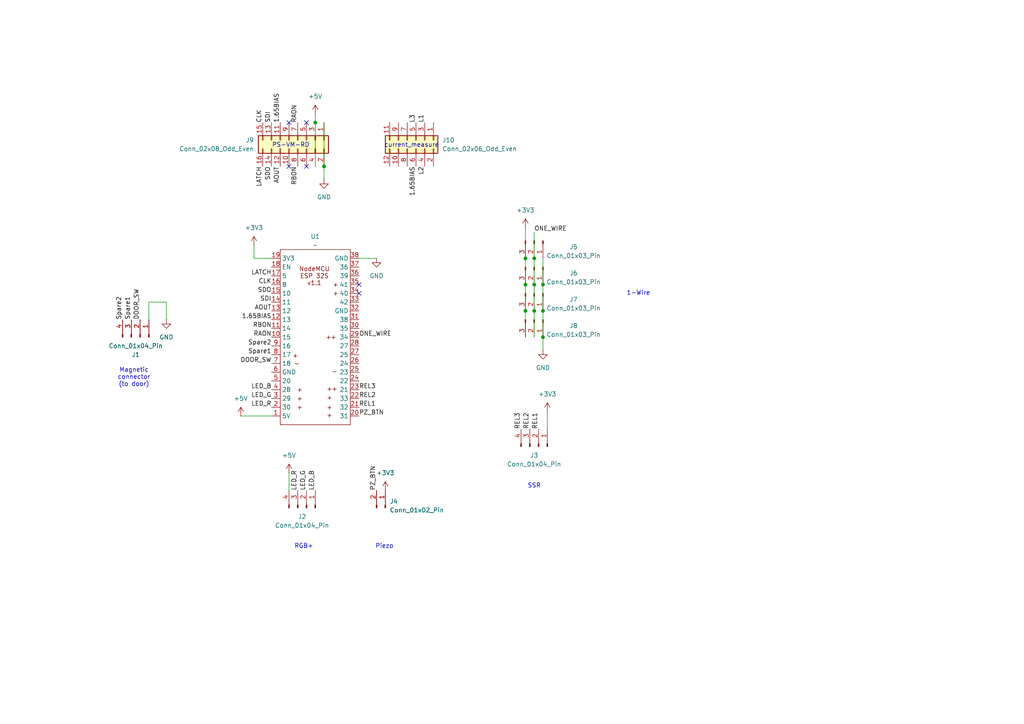
<source format=kicad_sch>
(kicad_sch (version 20250114) (generator "eeschema") (generator_version "9.0")
  (paper "A4")
  (title_block (title "Sauna Control MCU") (date "2025-10-27") (rev "1.0") (company "engrenage"))
  (lib_symbols
    (symbol "Connector:Conn_01x02_Pin" (pin_names (offset 1.016) (hide yes))
      (property "Reference" "J" (at 0 2.54 0))
      (property "Value" "Conn_01x02_Pin" (at 0 -5.08 0))
      (symbol "Conn_01x02_Pin_1_1"
        (rectangle (start 0.8636 0.127) (end 0 -0.127) (stroke (width 0.1524)) (fill (type outline)))
        (rectangle (start 0.8636 -2.413) (end 0 -2.667) (stroke (width 0.1524)) (fill (type outline)))
        (polyline (pts (xy 1.27 0) (xy 0.8636 0)) (stroke (width 0.1524)))
        (polyline (pts (xy 1.27 -2.54) (xy 0.8636 -2.54)) (stroke (width 0.1524)))
        (pin passive line (at 5.08 0 180) (length 3.81) (name "Pin_1") (number "1"))
        (pin passive line (at 5.08 -2.54 180) (length 3.81) (name "Pin_2") (number "2"))
      )
    )
    (symbol "Connector:Conn_01x03_Pin" (pin_names (offset 1.016) (hide yes))
      (property "Reference" "J" (at 0 5.08 0))
      (property "Value" "Conn_01x03_Pin" (at 0 -5.08 0))
      (symbol "Conn_01x03_Pin_1_1"
        (rectangle (start 0.8636 2.667) (end 0 2.413) (stroke (width 0.1524)) (fill (type outline)))
        (rectangle (start 0.8636 0.127) (end 0 -0.127) (stroke (width 0.1524)) (fill (type outline)))
        (rectangle (start 0.8636 -2.413) (end 0 -2.667) (stroke (width 0.1524)) (fill (type outline)))
        (polyline (pts (xy 1.27 2.54) (xy 0.8636 2.54)) (stroke (width 0.1524)))
        (polyline (pts (xy 1.27 0) (xy 0.8636 0)) (stroke (width 0.1524)))
        (polyline (pts (xy 1.27 -2.54) (xy 0.8636 -2.54)) (stroke (width 0.1524)))
        (pin passive line (at 5.08 2.54 180) (length 3.81) (name "Pin_1") (number "1"))
        (pin passive line (at 5.08 0 180) (length 3.81) (name "Pin_2") (number "2"))
        (pin passive line (at 5.08 -2.54 180) (length 3.81) (name "Pin_3") (number "3"))
      )
    )
    (symbol "Connector:Conn_01x04_Pin" (pin_names (offset 1.016) (hide yes))
      (property "Reference" "J" (at 0 5.08 0))
      (property "Value" "Conn_01x04_Pin" (at 0 -7.62 0))
      (symbol "Conn_01x04_Pin_1_1"
        (rectangle (start 0.8636 2.667) (end 0 2.413) (stroke (width 0.1524)) (fill (type outline)))
        (rectangle (start 0.8636 0.127) (end 0 -0.127) (stroke (width 0.1524)) (fill (type outline)))
        (rectangle (start 0.8636 -2.413) (end 0 -2.667) (stroke (width 0.1524)) (fill (type outline)))
        (rectangle (start 0.8636 -4.953) (end 0 -5.207) (stroke (width 0.1524)) (fill (type outline)))
        (polyline (pts (xy 1.27 2.54) (xy 0.8636 2.54)) (stroke (width 0.1524)))
        (polyline (pts (xy 1.27 0) (xy 0.8636 0)) (stroke (width 0.1524)))
        (polyline (pts (xy 1.27 -2.54) (xy 0.8636 -2.54)) (stroke (width 0.1524)))
        (polyline (pts (xy 1.27 -5.08) (xy 0.8636 -5.08)) (stroke (width 0.1524)))
        (pin passive line (at 5.08 2.54 180) (length 3.81) (name "Pin_1") (number "1"))
        (pin passive line (at 5.08 0 180) (length 3.81) (name "Pin_2") (number "2"))
        (pin passive line (at 5.08 -2.54 180) (length 3.81) (name "Pin_3") (number "3"))
        (pin passive line (at 5.08 -5.08 180) (length 3.81) (name "Pin_4") (number "4"))
      )
    )
    (symbol "Connector_Generic:Conn_02x06_Odd_Even" (pin_names (offset 1.016) (hide yes))
      (property "Reference" "J" (at 1.27 7.62 0))
      (property "Value" "Conn_02x06_Odd_Even" (at 1.27 -10.16 0))
      (symbol "Conn_02x06_Odd_Even_1_1"
        (rectangle (start -1.27 6.35) (end 3.81 -8.89) (stroke (width 0.254)) (fill (type background)))
        (rectangle (start -1.27 5.207) (end 0 4.953) (stroke (width 0.1524)))
        (rectangle (start -1.27 2.667) (end 0 2.413) (stroke (width 0.1524)))
        (rectangle (start -1.27 0.127) (end 0 -0.127) (stroke (width 0.1524)))
        (rectangle (start -1.27 -2.413) (end 0 -2.667) (stroke (width 0.1524)))
        (rectangle (start -1.27 -4.953) (end 0 -5.207) (stroke (width 0.1524)))
        (rectangle (start -1.27 -7.493) (end 0 -7.747) (stroke (width 0.1524)))
        (rectangle (start 3.81 5.207) (end 2.54 4.953) (stroke (width 0.1524)))
        (rectangle (start 3.81 2.667) (end 2.54 2.413) (stroke (width 0.1524)))
        (rectangle (start 3.81 0.127) (end 2.54 -0.127) (stroke (width 0.1524)))
        (rectangle (start 3.81 -2.413) (end 2.54 -2.667) (stroke (width 0.1524)))
        (rectangle (start 3.81 -4.953) (end 2.54 -5.207) (stroke (width 0.1524)))
        (rectangle (start 3.81 -7.493) (end 2.54 -7.747) (stroke (width 0.1524)))
        (pin passive line (at -5.08 5.08 0) (length 3.81) (name "Pin_1") (number "1"))
        (pin passive line (at -5.08 2.54 0) (length 3.81) (name "Pin_3") (number "3"))
        (pin passive line (at -5.08 0 0) (length 3.81) (name "Pin_5") (number "5"))
        (pin passive line (at -5.08 -2.54 0) (length 3.81) (name "Pin_7") (number "7"))
        (pin passive line (at -5.08 -5.08 0) (length 3.81) (name "Pin_9") (number "9"))
        (pin passive line (at -5.08 -7.62 0) (length 3.81) (name "Pin_11") (number "11"))
        (pin passive line (at 7.62 5.08 180) (length 3.81) (name "Pin_2") (number "2"))
        (pin passive line (at 7.62 2.54 180) (length 3.81) (name "Pin_4") (number "4"))
        (pin passive line (at 7.62 0 180) (length 3.81) (name "Pin_6") (number "6"))
        (pin passive line (at 7.62 -2.54 180) (length 3.81) (name "Pin_8") (number "8"))
        (pin passive line (at 7.62 -5.08 180) (length 3.81) (name "Pin_10") (number "10"))
        (pin passive line (at 7.62 -7.62 180) (length 3.81) (name "Pin_12") (number "12"))
      )
    )
    (symbol "Connector_Generic:Conn_02x08_Odd_Even" (pin_names (offset 1.016) (hide yes))
      (property "Reference" "J" (at 1.27 10.16 0))
      (property "Value" "Conn_02x08_Odd_Even" (at 1.27 -12.7 0))
      (symbol "Conn_02x08_Odd_Even_1_1"
        (rectangle (start -1.27 8.89) (end 3.81 -11.43) (stroke (width 0.254)) (fill (type background)))
        (rectangle (start -1.27 7.747) (end 0 7.493) (stroke (width 0.1524)))
        (rectangle (start -1.27 5.207) (end 0 4.953) (stroke (width 0.1524)))
        (rectangle (start -1.27 2.667) (end 0 2.413) (stroke (width 0.1524)))
        (rectangle (start -1.27 0.127) (end 0 -0.127) (stroke (width 0.1524)))
        (rectangle (start -1.27 -2.413) (end 0 -2.667) (stroke (width 0.1524)))
        (rectangle (start -1.27 -4.953) (end 0 -5.207) (stroke (width 0.1524)))
        (rectangle (start -1.27 -7.493) (end 0 -7.747) (stroke (width 0.1524)))
        (rectangle (start -1.27 -10.033) (end 0 -10.287) (stroke (width 0.1524)))
        (rectangle (start 3.81 7.747) (end 2.54 7.493) (stroke (width 0.1524)))
        (rectangle (start 3.81 5.207) (end 2.54 4.953) (stroke (width 0.1524)))
        (rectangle (start 3.81 2.667) (end 2.54 2.413) (stroke (width 0.1524)))
        (rectangle (start 3.81 0.127) (end 2.54 -0.127) (stroke (width 0.1524)))
        (rectangle (start 3.81 -2.413) (end 2.54 -2.667) (stroke (width 0.1524)))
        (rectangle (start 3.81 -4.953) (end 2.54 -5.207) (stroke (width 0.1524)))
        (rectangle (start 3.81 -7.493) (end 2.54 -7.747) (stroke (width 0.1524)))
        (rectangle (start 3.81 -10.033) (end 2.54 -10.287) (stroke (width 0.1524)))
        (pin passive line (at -5.08 7.62 0) (length 3.81) (name "Pin_1") (number "1"))
        (pin passive line (at -5.08 5.08 0) (length 3.81) (name "Pin_3") (number "3"))
        (pin passive line (at -5.08 2.54 0) (length 3.81) (name "Pin_5") (number "5"))
        (pin passive line (at -5.08 0 0) (length 3.81) (name "Pin_7") (number "7"))
        (pin passive line (at -5.08 -2.54 0) (length 3.81) (name "Pin_9") (number "9"))
        (pin passive line (at -5.08 -5.08 0) (length 3.81) (name "Pin_11") (number "11"))
        (pin passive line (at -5.08 -7.62 0) (length 3.81) (name "Pin_13") (number "13"))
        (pin passive line (at -5.08 -10.16 0) (length 3.81) (name "Pin_15") (number "15"))
        (pin passive line (at 7.62 7.62 180) (length 3.81) (name "Pin_2") (number "2"))
        (pin passive line (at 7.62 5.08 180) (length 3.81) (name "Pin_4") (number "4"))
        (pin passive line (at 7.62 2.54 180) (length 3.81) (name "Pin_6") (number "6"))
        (pin passive line (at 7.62 0 180) (length 3.81) (name "Pin_8") (number "8"))
        (pin passive line (at 7.62 -2.54 180) (length 3.81) (name "Pin_10") (number "10"))
        (pin passive line (at 7.62 -5.08 180) (length 3.81) (name "Pin_12") (number "12"))
        (pin passive line (at 7.62 -7.62 180) (length 3.81) (name "Pin_14") (number "14"))
        (pin passive line (at 7.62 -10.16 180) (length 3.81) (name "Pin_16") (number "16"))
      )
    )
    (symbol "petaflot:ESP-32S_NodeMCU_Devkit"
      (property "Reference" "U" (at 0 0 0))
      (symbol "ESP-32S_NodeMCU_Devkit_0_1"
        (rectangle (start -10.16 25.4) (end 10.16 -25.4))
      )
      (symbol "ESP-32S_NodeMCU_Devkit_1_1"
        (text "+" (at -5.842 -5.334 0) (effects (font (size 1.27 1.27) (italic yes))))
        (text "-" (at -5.334 -7.62 0) (effects (font (size 1.27 1.27))))
        (text "+" (at -4.572 -15.24 0) (effects (font (size 1.27 1.27) (italic yes))))
        (text "+" (at -4.572 -17.78 0) (effects (font (size 1.27 1.27) (italic yes))))
        (text "+" (at -4.572 -20.32 0) (effects (font (size 1.27 1.27) (italic yes))))
        (text "NodeMCU\nESP 32S\nv1.1" (at -0.254 17.78 0) (effects (font (size 1.27 1.27))))
        (text "+" (at 3.81 0 0) (effects (font (size 1.27 1.27) (italic yes))))
        (text "+" (at 4.064 -14.986 0) (effects (font (size 1.27 1.27) (italic yes))))
        (text "+" (at 4.064 -17.526 0) (effects (font (size 1.27 1.27) (italic yes))))
        (text "+" (at 4.064 -20.32 0) (effects (font (size 1.27 1.27) (italic yes))))
        (text "+" (at 4.064 -22.606 0) (effects (font (size 1.27 1.27) (italic yes))))
        (text "+" (at 5.334 0 0) (effects (font (size 1.27 1.27))))
        (text "-" (at 5.588 -9.906 0) (effects (font (size 1.27 1.27))))
        (text "~" (at 5.588 -12.7 0) (effects (font (size 1.27 1.27))))
        (text "+" (at 5.588 -14.986 0) (effects (font (size 1.27 1.27))))
        (text "+" (at 5.842 15.24 0) (effects (font (size 1.27 1.27) (italic yes))))
        (text "+" (at 5.842 12.7 0) (effects (font (size 1.27 1.27) (italic yes))))
        (pin power_in line (at -12.7 22.86 0) (length 2.54) (name "3V3") (number "19"))
        (pin input line (at -12.7 20.32 0) (length 2.54) (name "EN") (number "18"))
        (pin tri_state line (at -12.7 17.78 0) (length 2.54) (name "5") (number "17"))
        (pin tri_state line (at -12.7 15.24 0) (length 2.54) (name "8") (number "16"))
        (pin tri_state line (at -12.7 12.7 0) (length 2.54) (name "10") (number "15"))
        (pin tri_state line (at -12.7 10.16 0) (length 2.54) (name "11") (number "14"))
        (pin tri_state line (at -12.7 7.62 0) (length 2.54) (name "12") (number "13"))
        (pin tri_state line (at -12.7 5.08 0) (length 2.54) (name "13") (number "12"))
        (pin tri_state line (at -12.7 2.54 0) (length 2.54) (name "14") (number "11"))
        (pin tri_state line (at -12.7 0 0) (length 2.54) (name "15") (number "10"))
        (pin tri_state line (at -12.7 -2.54 0) (length 2.54) (name "16") (number "9"))
        (pin tri_state line (at -12.7 -5.08 0) (length 2.54) (name "17") (number "8"))
        (pin tri_state line (at -12.7 -7.62 0) (length 2.54) (name "18") (number "7"))
        (pin power_in line (at -12.7 -10.16 0) (length 2.54) (name "GND") (number "6"))
        (pin tri_state line (at -12.7 -12.7 0) (length 2.54) (name "20") (number "5"))
        (pin tri_state line (at -12.7 -15.24 0) (length 2.54) (name "28") (number "4"))
        (pin tri_state line (at -12.7 -17.78 0) (length 2.54) (name "29") (number "3"))
        (pin tri_state line (at -12.7 -20.32 0) (length 2.54) (name "30") (number "2"))
        (pin power_in line (at -12.7 -22.86 0) (length 2.54) (name "5V") (number "1"))
        (pin power_in line (at 12.7 22.86 180) (length 2.54) (name "GND") (number "38"))
        (pin tri_state line (at 12.7 20.32 180) (length 2.54) (name "36") (number "37"))
        (pin tri_state line (at 12.7 17.78 180) (length 2.54) (name "39") (number "36"))
        (pin tri_state line (at 12.7 15.24 180) (length 2.54) (name "41") (number "35"))
        (pin tri_state line (at 12.7 12.7 180) (length 2.54) (name "40") (number "34"))
        (pin tri_state line (at 12.7 10.16 180) (length 2.54) (name "42") (number "33"))
        (pin power_in line (at 12.7 7.62 180) (length 2.54) (name "GND") (number "32"))
        (pin tri_state line (at 12.7 5.08 180) (length 2.54) (name "38") (number "31"))
        (pin tri_state line (at 12.7 2.54 180) (length 2.54) (name "35") (number "30"))
        (pin tri_state line (at 12.7 0 180) (length 2.54) (name "34") (number "29"))
        (pin tri_state line (at 12.7 -2.54 180) (length 2.54) (name "27") (number "28"))
        (pin tri_state line (at 12.7 -5.08 180) (length 2.54) (name "25") (number "27"))
        (pin tri_state line (at 12.7 -7.62 180) (length 2.54) (name "24") (number "26"))
        (pin tri_state line (at 12.7 -10.16 180) (length 2.54) (name "23") (number "25"))
        (pin tri_state line (at 12.7 -12.7 180) (length 2.54) (name "22") (number "24"))
        (pin tri_state line (at 12.7 -15.24 180) (length 2.54) (name "21") (number "23"))
        (pin tri_state line (at 12.7 -17.78 180) (length 2.54) (name "33") (number "22"))
        (pin tri_state line (at 12.7 -20.32 180) (length 2.54) (name "32") (number "21"))
        (pin tri_state line (at 12.7 -22.86 180) (length 2.54) (name "31") (number "20"))
      )
    )
    (symbol "power:+3V3" (power) (pin_numbers (hide yes)) (pin_names (offset 0) (hide yes))
      (property "Value" "+3V3" (at 0 3.556 0))
      (symbol "+3V3_0_1"
        (polyline (pts (xy -0.762 1.27) (xy 0 2.54)))
        (polyline (pts (xy 0 2.54) (xy 0.762 1.27)))
        (polyline (pts (xy 0 0) (xy 0 2.54)))
      )
      (symbol "+3V3_1_1"
        (pin power_in line (at 0 0 90) (length 0) (name "~") (number "1"))
      )
    )
    (symbol "power:+5V" (power) (pin_numbers (hide yes)) (pin_names (offset 0) (hide yes))
      (property "Value" "+5V" (at 0 3.556 0))
      (symbol "+5V_0_1"
        (polyline (pts (xy -0.762 1.27) (xy 0 2.54)))
        (polyline (pts (xy 0 2.54) (xy 0.762 1.27)))
        (polyline (pts (xy 0 0) (xy 0 2.54)))
      )
      (symbol "+5V_1_1"
        (pin power_in line (at 0 0 90) (length 0) (name "~") (number "1"))
      )
    )
    (symbol "power:GND" (power) (pin_numbers (hide yes)) (pin_names (offset 0) (hide yes))
      (property "Value" "GND" (at 0 -3.81 0))
      (symbol "GND_0_1"
        (polyline (pts (xy 0 0) (xy 0 -1.27) (xy 1.27 -1.27) (xy 0 -2.54) (xy -1.27 -1.27) (xy 0 -1.27)))
      )
      (symbol "GND_1_1"
        (pin power_in line (at 0 0 270) (length 0) (name "~") (number "1"))
      )
    )
  )
  (text "1-Wire" (at 185.166 85.09 0) (effects (font (size 1.27 1.27))))
  (text "current_measure" (at 119.38 42.164 0) (effects (font (size 1.27 1.27))))
  (text "PS-VM-RD" (at 84.328 42.164 0) (effects (font (size 1.27 1.27))))
  (text "SSR" (at 154.94 140.97 0) (effects (font (size 1.27 1.27))))
  (text "Magnetic\nconnector\n(to door)" (at 38.862 109.474 0) (effects (font (size 1.27 1.27))))
  (text "RGB+" (at 88.138 158.496 0) (effects (font (size 1.27 1.27))))
  (text "Piezo" (at 111.506 158.496 0) (effects (font (size 1.27 1.27))))
  (junction (at 154.94 74.93))
  (junction (at 154.94 90.17))
  (junction (at 154.94 82.55))
  (junction (at 152.4 90.17))
  (junction (at 152.4 82.55))
  (junction (at 91.44 35.56))
  (junction (at 152.4 74.93))
  (junction (at 157.48 90.17))
  (junction (at 157.48 82.55))
  (junction (at 157.48 97.79))
  (junction (at 93.98 48.26))
  (no_connect (at 88.9 35.56))
  (no_connect (at 83.82 48.26))
  (no_connect (at 83.82 35.56))
  (no_connect (at 88.9 48.26))
  (no_connect (at 104.14 82.55))
  (no_connect (at 104.14 85.09))
  (wire (pts (xy 157.48 74.93) (xy 157.48 82.55)))
  (wire (pts (xy 158.75 119.38) (xy 158.75 124.46)))
  (wire (pts (xy 78.74 74.93) (xy 73.66 74.93)))
  (wire (pts (xy 43.18 87.63) (xy 48.26 87.63)))
  (wire (pts (xy 152.4 82.55) (xy 152.4 90.17)))
  (wire (pts (xy 93.98 35.56) (xy 93.98 48.26)))
  (wire (pts (xy 154.94 67.31) (xy 154.94 74.93)))
  (wire (pts (xy 104.14 74.93) (xy 109.22 74.93)))
  (wire (pts (xy 154.94 90.17) (xy 154.94 97.79)))
  (wire (pts (xy 154.94 82.55) (xy 154.94 90.17)))
  (wire (pts (xy 152.4 66.04) (xy 152.4 74.93)))
  (wire (pts (xy 83.82 137.16) (xy 83.82 142.24)))
  (wire (pts (xy 91.44 35.56) (xy 91.44 48.26)))
  (wire (pts (xy 69.85 120.65) (xy 78.74 120.65)))
  (wire (pts (xy 152.4 90.17) (xy 152.4 97.79)))
  (wire (pts (xy 157.48 90.17) (xy 157.48 97.79)))
  (wire (pts (xy 48.26 87.63) (xy 48.26 92.71)))
  (wire (pts (xy 43.18 92.71) (xy 43.18 87.63)))
  (wire (pts (xy 73.66 74.93) (xy 73.66 71.12)))
  (wire (pts (xy 152.4 74.93) (xy 152.4 82.55)))
  (wire (pts (xy 157.48 97.79) (xy 157.48 101.6)))
  (wire (pts (xy 157.48 82.55) (xy 157.48 90.17)))
  (wire (pts (xy 154.94 74.93) (xy 154.94 82.55)))
  (wire (pts (xy 93.98 48.26) (xy 93.98 52.07)))
  (wire (pts (xy 91.44 33.02) (xy 91.44 35.56)))
  (label "Spare2" (at 78.74 100.33 180))
  (label "AOUT" (at 78.74 90.17 180))
  (label "Spare1" (at 78.74 102.87 180))
  (label "REL1" (at 156.21 124.46 90))
  (label "PZ_BTN" (at 109.22 142.24 90))
  (label "DOOR_SW" (at 40.64 92.71 90))
  (label "L1" (at 123.19 35.56 90))
  (label "SDO" (at 78.74 48.26 270))
  (label "LED_G" (at 88.9 142.24 90))
  (label "LED_B" (at 91.44 142.24 90))
  (label "LATCH" (at 78.74 80.01 180))
  (label "Spare1" (at 38.1 92.71 90))
  (label "SDI" (at 78.74 35.56 90))
  (label "PZ_BTN" (at 104.14 120.65 0))
  (label "L2" (at 123.19 48.26 270))
  (label "RBON" (at 78.74 95.25 180))
  (label "1.65BIAS" (at 81.28 35.56 90))
  (label "CLK" (at 78.74 82.55 180))
  (label "REL1" (at 104.14 118.11 0))
  (label "REL3" (at 151.13 124.46 90))
  (label "LED_R" (at 78.74 118.11 180))
  (label "REL2" (at 104.14 115.57 0))
  (label "LED_G" (at 78.74 115.57 180))
  (label "AOUT" (at 81.28 48.26 270))
  (label "LED_R" (at 86.36 142.24 90))
  (label "RAON" (at 86.36 35.56 90))
  (label "LATCH" (at 76.2 48.26 270))
  (label "RBON" (at 86.36 48.26 270))
  (label "REL3" (at 104.14 113.03 0))
  (label "Spare2" (at 35.56 92.71 90))
  (label "ONE_WIRE" (at 154.94 67.31 0))
  (label "LED_B" (at 78.74 113.03 180))
  (label "L3" (at 120.65 35.56 90))
  (label "1.65BIAS" (at 120.65 48.26 270))
  (label "ONE_WIRE" (at 104.14 97.79 0))
  (label "REL2" (at 153.67 124.46 90))
  (label "1.65BIAS" (at 78.74 92.71 180))
  (label "CLK" (at 76.2 35.56 90))
  (label "SDI" (at 78.74 87.63 180))
  (label "DOOR_SW" (at 78.74 105.41 180))
  (label "RAON" (at 78.74 97.79 180))
  (label "SDO" (at 78.74 85.09 180))
  (symbol (lib_id "power:+5V") (at 69.85 120.65 0) (unit 1)
    (property "Reference" "#PWR03" (effects (hide yes)))
    (property "Value" "+5V" (at 69.85 115.57 0))
    (property "Description" "Power symbol creates a global label with name \"+5V\"" (effects (hide yes)))
  )
  (symbol (lib_id "Connector_Generic:Conn_02x08_Odd_Even") (at 86.36 40.64 270) (unit 1)
    (property "Reference" "J9" (at 73.66 40.6399 90) (effects (justify right)))
    (property "Value" "Conn_02x08_Odd_Even" (at 73.66 43.1799 90) (effects (justify right)))
    (property "Description" "Generic connector, double row, 02x08, odd/even pin numbering scheme (row 1 odd numbers, row 2 even numbers), script generated (kicad-library-utils/schlib/autogen/connector/)" (effects (hide yes)))
  )
  (symbol (lib_id "power:+3V3") (at 111.76 142.24 0) (unit 1)
    (property "Reference" "#PWR010" (effects (hide yes)))
    (property "Value" "+3V3" (at 111.76 137.16 0))
    (property "Description" "Power symbol creates a global label with name \"+3V3\"" (effects (hide yes)))
  )
  (symbol (lib_id "power:GND") (at 109.22 74.93 0) (unit 1)
    (property "Reference" "#PWR06" (effects (hide yes)))
    (property "Value" "GND" (at 109.22 80.01 0))
    (property "Description" "Power symbol creates a global label with name \"GND\" , ground" (effects (hide yes)))
  )
  (symbol (lib_id "Connector:Conn_01x04_Pin") (at 156.21 129.54 270) (mirror x) (unit 1)
    (property "Reference" "J3" (at 154.94 132.08 90))
    (property "Value" "Conn_01x04_Pin" (at 154.94 134.62 90))
    (property "Description" "Generic connector, single row, 01x04, script generated" (effects (hide yes)))
  )
  (symbol (lib_id "Connector:Conn_01x03_Pin") (at 154.94 77.47 270) (unit 1)
    (property "Reference" "J6" (at 166.37 79.248 90))
    (property "Value" "Conn_01x03_Pin" (at 166.37 81.788 90))
    (property "Description" "Generic connector, single row, 01x03, script generated" (effects (hide yes)))
  )
  (symbol (lib_id "power:+5V") (at 91.44 33.02 0) (unit 1)
    (property "Reference" "#PWR02" (effects (hide yes)))
    (property "Value" "+5V" (at 91.44 27.94 0))
    (property "Description" "Power symbol creates a global label with name \"+5V\"" (effects (hide yes)))
  )
  (symbol (lib_id "Connector_Generic:Conn_02x06_Odd_Even") (at 120.65 40.64 270) (unit 1)
    (property "Reference" "J10" (at 128.27 40.6399 90) (effects (justify left)))
    (property "Value" "Conn_02x06_Odd_Even" (at 128.27 43.1799 90) (effects (justify left)))
    (property "Description" "Generic connector, double row, 02x06, odd/even pin numbering scheme (row 1 odd numbers, row 2 even numbers), script generated (kicad-library-utils/schlib/autogen/connector/)" (effects (hide yes)))
  )
  (symbol (lib_id "power:GND") (at 48.26 92.71 0) (unit 1)
    (property "Reference" "#PWR07" (effects (hide yes)))
    (property "Value" "GND" (at 48.26 97.79 0))
    (property "Description" "Power symbol creates a global label with name \"GND\" , ground" (effects (hide yes)))
  )
  (symbol (lib_id "Connector:Conn_01x02_Pin") (at 111.76 147.32 270) (mirror x) (unit 1)
    (property "Reference" "J4" (at 113.03 145.4149 90) (effects (justify left)))
    (property "Value" "Conn_01x02_Pin" (at 113.03 147.9549 90) (effects (justify left)))
    (property "Description" "Generic connector, single row, 01x02, script generated" (effects (hide yes)))
  )
  (symbol (lib_id "power:GND") (at 93.98 52.07 0) (unit 1)
    (property "Reference" "#PWR01" (effects (hide yes)))
    (property "Value" "GND" (at 93.98 57.15 0))
    (property "Description" "Power symbol creates a global label with name \"GND\" , ground" (effects (hide yes)))
  )
  (symbol (lib_id "power:+3V3") (at 152.4 66.04 0) (unit 1)
    (property "Reference" "#PWR09" (effects (hide yes)))
    (property "Value" "+3V3" (at 152.4 60.96 0))
    (property "Description" "Power symbol creates a global label with name \"+3V3\"" (effects (hide yes)))
  )
  (symbol (lib_id "Connector:Conn_01x03_Pin") (at 154.94 92.71 270) (unit 1)
    (property "Reference" "J8" (at 166.37 94.488 90))
    (property "Value" "Conn_01x03_Pin" (at 166.37 97.028 90))
    (property "Description" "Generic connector, single row, 01x03, script generated" (effects (hide yes)))
  )
  (symbol (lib_id "Connector:Conn_01x03_Pin") (at 154.94 69.85 270) (unit 1)
    (property "Reference" "J5" (at 166.37 71.628 90))
    (property "Value" "Conn_01x03_Pin" (at 166.37 74.168 90))
    (property "Description" "Generic connector, single row, 01x03, script generated" (effects (hide yes)))
  )
  (symbol (lib_id "petaflot:ESP-32S_NodeMCU_Devkit") (at 91.44 97.79 0) (unit 1)
    (property "Reference" "U1" (at 91.44 68.58 0))
    (property "Value" "~" (at 91.44 71.12 0))
  )
  (symbol (lib_id "power:+5V") (at 83.82 137.16 0) (unit 1)
    (property "Reference" "#PWR04" (effects (hide yes)))
    (property "Value" "+5V" (at 83.82 132.08 0))
    (property "Description" "Power symbol creates a global label with name \"+5V\"" (effects (hide yes)))
  )
  (symbol (lib_id "Connector:Conn_01x04_Pin") (at 88.9 147.32 270) (mirror x) (unit 1)
    (property "Reference" "J2" (at 87.63 149.86 90))
    (property "Value" "Conn_01x04_Pin" (at 87.63 152.4 90))
    (property "Description" "Generic connector, single row, 01x04, script generated" (effects (hide yes)))
  )
  (symbol (lib_id "power:GND") (at 157.48 101.6 0) (unit 1)
    (property "Reference" "#PWR05" (effects (hide yes)))
    (property "Value" "GND" (at 157.48 106.68 0))
    (property "Description" "Power symbol creates a global label with name \"GND\" , ground" (effects (hide yes)))
  )
  (symbol (lib_id "power:+3V3") (at 73.66 71.12 0) (unit 1)
    (property "Reference" "#PWR08" (effects (hide yes)))
    (property "Value" "+3V3" (at 73.66 66.04 0))
    (property "Description" "Power symbol creates a global label with name \"+3V3\"" (effects (hide yes)))
  )
  (symbol (lib_id "Connector:Conn_01x04_Pin") (at 40.64 97.79 270) (mirror x) (unit 1)
    (property "Reference" "J1" (at 39.37 102.87 90))
    (property "Value" "Conn_01x04_Pin" (at 39.37 100.33 90))
    (property "Description" "Generic connector, single row, 01x04, script generated" (effects (hide yes)))
  )
  (symbol (lib_id "power:+3V3") (at 158.75 119.38 0) (unit 1)
    (property "Reference" "#PWR011" (effects (hide yes)))
    (property "Value" "+3V3" (at 158.75 114.3 0))
    (property "Description" "Power symbol creates a global label with name \"+3V3\"" (effects (hide yes)))
  )
  (symbol (lib_id "Connector:Conn_01x03_Pin") (at 154.94 85.09 270) (unit 1)
    (property "Reference" "J7" (at 166.37 86.868 90))
    (property "Value" "Conn_01x03_Pin" (at 166.37 89.408 90))
    (property "Description" "Generic connector, single row, 01x03, script generated" (effects (hide yes)))
  )
)
</source>
